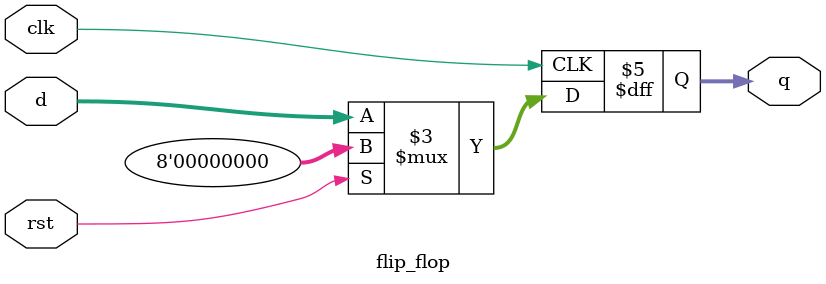
<source format=sv>
`timescale 1ns / 1ps


module flip_flop(
    input logic clk, rst,
    input logic [7:0] d,
    output logic [7:0] q
    );

    always_ff @(posedge clk) begin
        if (rst) q <= 0;
        else     q <= d;
    end
    
endmodule

</source>
